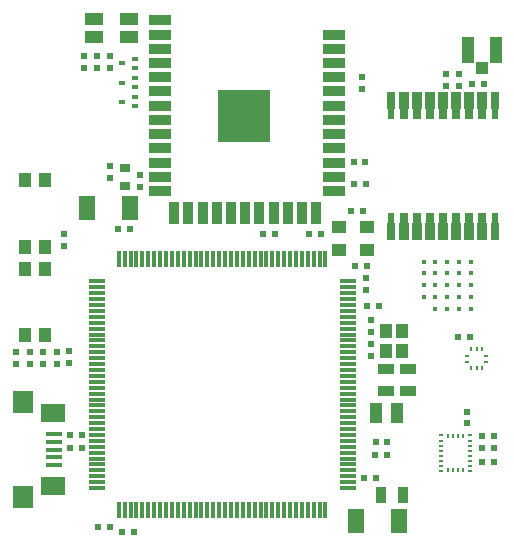
<source format=gtp>
G04*
G04 #@! TF.GenerationSoftware,Altium Limited,Altium Designer,19.1.7 (138)*
G04*
G04 Layer_Color=8421504*
%FSLAX44Y44*%
%MOMM*%
G71*
G01*
G75*
%ADD16R,0.6000X0.5000*%
%ADD17R,0.9500X0.8000*%
%ADD18R,1.4000X2.0000*%
%ADD19R,1.5000X1.1000*%
%ADD20R,1.4000X0.9500*%
%ADD21R,0.9500X1.4000*%
%ADD22R,0.5000X0.6000*%
%ADD23R,1.0000X1.2000*%
%ADD24R,1.1000X1.7700*%
%ADD25R,0.6096X0.3810*%
%ADD26R,0.6096X0.3700*%
%ADD27R,0.3992X0.2492*%
%ADD28R,0.2492X0.3992*%
%ADD29R,0.3140X0.2890*%
%ADD30R,0.2890X0.3140*%
%ADD31C,0.4000*%
%ADD32R,1.8800X0.8130*%
%ADD33R,0.8130X1.8800*%
%ADD34R,4.4000X4.4000*%
%ADD35R,0.3000X1.3500*%
%ADD36R,1.3500X0.3000*%
%ADD37R,1.3000X1.1000*%
%ADD38R,1.8034X1.9050*%
%ADD39R,2.1082X1.6002*%
%ADD40R,1.3462X0.3500*%
%ADD41R,1.0414X2.2098*%
%ADD42R,0.9906X1.0414*%
G36*
X238000Y284500D02*
X245000D01*
Y298500D01*
X244000D01*
Y307500D01*
X239000D01*
Y298500D01*
X238000D01*
Y284500D01*
D02*
G37*
G36*
X248500D02*
X256500D01*
Y298500D01*
X255500D01*
Y307500D01*
X249500D01*
Y298500D01*
X248500D01*
Y284500D01*
D02*
G37*
G36*
X259500D02*
X267500D01*
Y298500D01*
X266500D01*
Y307500D01*
X260500D01*
Y298500D01*
X259500D01*
Y284500D01*
D02*
G37*
G36*
X270500D02*
X278500D01*
Y298500D01*
X277500D01*
Y307500D01*
X271500D01*
Y298500D01*
X270500D01*
Y284500D01*
D02*
G37*
G36*
X281500D02*
X289500D01*
Y298500D01*
X288500D01*
Y307500D01*
X282500D01*
Y298500D01*
X281500D01*
Y284500D01*
D02*
G37*
G36*
X292500D02*
X300500D01*
Y298500D01*
X299500D01*
Y307500D01*
X293500D01*
Y298500D01*
X292500D01*
Y284500D01*
D02*
G37*
G36*
X303500D02*
X311500D01*
Y298500D01*
X310500D01*
Y307500D01*
X304500D01*
Y298500D01*
X303500D01*
Y284500D01*
D02*
G37*
G36*
X326000D02*
X333000D01*
Y298500D01*
X332000D01*
Y307500D01*
X327000D01*
Y298500D01*
X326000D01*
Y284500D01*
D02*
G37*
G36*
X314500D02*
X322500D01*
Y298500D01*
X321500D01*
Y307500D01*
X315500D01*
Y298500D01*
X314500D01*
Y284500D01*
D02*
G37*
G36*
X245000Y409500D02*
X238000D01*
Y395500D01*
X239000D01*
Y386500D01*
X244000D01*
Y395500D01*
X245000D01*
Y409500D01*
D02*
G37*
G36*
X256500D02*
X248500D01*
Y395500D01*
X249500D01*
Y386500D01*
X255500D01*
Y395500D01*
X256500D01*
Y409500D01*
D02*
G37*
G36*
X267500D02*
X259500D01*
Y395500D01*
X260500D01*
Y386500D01*
X266500D01*
Y395500D01*
X267500D01*
Y409500D01*
D02*
G37*
G36*
X278500D02*
X270500D01*
Y395500D01*
X271500D01*
Y386500D01*
X277500D01*
Y395500D01*
X278500D01*
Y409500D01*
D02*
G37*
G36*
X289500D02*
X281500D01*
Y395500D01*
X282500D01*
Y386500D01*
X288500D01*
Y395500D01*
X289500D01*
Y409500D01*
D02*
G37*
G36*
X300500D02*
X292500D01*
Y395500D01*
X293500D01*
Y386500D01*
X299500D01*
Y395500D01*
X300500D01*
Y409500D01*
D02*
G37*
G36*
X311500D02*
X303500D01*
Y395500D01*
X304500D01*
Y386500D01*
X310500D01*
Y395500D01*
X311500D01*
Y409500D01*
D02*
G37*
G36*
X322500D02*
X314500D01*
Y395500D01*
X315500D01*
Y386500D01*
X321500D01*
Y395500D01*
X322500D01*
Y409500D01*
D02*
G37*
G36*
X333000D02*
X326000D01*
Y395500D01*
X327000D01*
Y386500D01*
X332000D01*
Y395500D01*
X333000D01*
Y409500D01*
D02*
G37*
D16*
X-35330Y279480D02*
D03*
Y289480D02*
D03*
X3250Y440250D02*
D03*
Y430250D02*
D03*
X-18500Y440250D02*
D03*
Y430250D02*
D03*
X-7625Y440250D02*
D03*
Y430250D02*
D03*
X-75692Y179658D02*
D03*
Y189658D02*
D03*
X-41426Y179658D02*
D03*
Y189658D02*
D03*
X-64270Y189658D02*
D03*
Y179658D02*
D03*
X-52848Y189658D02*
D03*
Y179658D02*
D03*
X288000Y424750D02*
D03*
Y414750D02*
D03*
X217000Y422500D02*
D03*
Y412500D02*
D03*
X3750Y336750D02*
D03*
Y346750D02*
D03*
X220250Y251750D02*
D03*
Y241750D02*
D03*
X224250Y216500D02*
D03*
Y206500D02*
D03*
Y186500D02*
D03*
Y196500D02*
D03*
X305750Y129000D02*
D03*
Y139000D02*
D03*
X299270Y414730D02*
D03*
Y424730D02*
D03*
X28750Y339000D02*
D03*
Y329000D02*
D03*
X-30750Y180000D02*
D03*
Y190000D02*
D03*
D17*
X16249Y330250D02*
D03*
X16251Y345250D02*
D03*
D18*
X212000Y46000D02*
D03*
X248000D02*
D03*
X-15750Y311500D02*
D03*
X20250D02*
D03*
D19*
X19750Y471000D02*
D03*
X-10250D02*
D03*
Y456000D02*
D03*
X19750D02*
D03*
D20*
X255918Y174790D02*
D03*
Y156290D02*
D03*
X237146Y174790D02*
D03*
Y156290D02*
D03*
D21*
X232750Y68000D02*
D03*
X251250D02*
D03*
D22*
X238426Y113014D02*
D03*
X228426D02*
D03*
X238252Y102366D02*
D03*
X228252D02*
D03*
X229000Y82750D02*
D03*
X219000D02*
D03*
X20250Y293750D02*
D03*
X10250D02*
D03*
X133132Y289492D02*
D03*
X143132D02*
D03*
X219860Y350198D02*
D03*
X209860D02*
D03*
X210000Y332000D02*
D03*
X220000D02*
D03*
X182318Y289750D02*
D03*
X172318D02*
D03*
X14000Y36750D02*
D03*
X24000D02*
D03*
X3500Y41500D02*
D03*
X-6500D02*
D03*
X-20488Y108524D02*
D03*
X-30488D02*
D03*
X-20488Y119524D02*
D03*
X-30488D02*
D03*
X221000Y262250D02*
D03*
X211000D02*
D03*
X310250Y416500D02*
D03*
X320250D02*
D03*
X298276Y202438D02*
D03*
X308276D02*
D03*
X328500Y96000D02*
D03*
X318500D02*
D03*
X318500Y118750D02*
D03*
X328500D02*
D03*
X318500Y108000D02*
D03*
X328500D02*
D03*
X217828Y308796D02*
D03*
X207828D02*
D03*
X221250Y228000D02*
D03*
X231250D02*
D03*
D23*
X237500Y207250D02*
D03*
Y190250D02*
D03*
X250500D02*
D03*
Y207250D02*
D03*
X-68246Y334764D02*
D03*
X-51246D02*
D03*
X-68246Y278764D02*
D03*
X-51246D02*
D03*
X-68246Y259580D02*
D03*
X-51246D02*
D03*
X-68246Y203580D02*
D03*
X-51246D02*
D03*
D24*
X246250Y137600D02*
D03*
X228550D02*
D03*
D25*
X14039Y401500D02*
D03*
Y417625D02*
D03*
Y433750D02*
D03*
D26*
X24961Y405500D02*
D03*
Y397500D02*
D03*
Y421626D02*
D03*
Y413624D02*
D03*
Y437751D02*
D03*
Y429749D02*
D03*
D27*
X308000Y118800D02*
D03*
Y114500D02*
D03*
Y110200D02*
D03*
Y105900D02*
D03*
Y101600D02*
D03*
Y97300D02*
D03*
Y93000D02*
D03*
Y88700D02*
D03*
X284000D02*
D03*
Y93000D02*
D03*
Y97300D02*
D03*
Y101600D02*
D03*
Y105900D02*
D03*
Y110200D02*
D03*
Y114500D02*
D03*
Y118800D02*
D03*
D28*
X302450Y89250D02*
D03*
X298150D02*
D03*
X293850D02*
D03*
X289550D02*
D03*
Y118250D02*
D03*
X293850D02*
D03*
X298150D02*
D03*
X302450D02*
D03*
D29*
X305816Y186142D02*
D03*
Y181142D02*
D03*
X322072D02*
D03*
Y186142D02*
D03*
D30*
X308944Y175514D02*
D03*
X313944D02*
D03*
X318944D02*
D03*
Y191770D02*
D03*
X313944D02*
D03*
X308944D02*
D03*
D31*
X309000Y266000D02*
D03*
Y256000D02*
D03*
Y246000D02*
D03*
Y236000D02*
D03*
Y226000D02*
D03*
X299000Y266000D02*
D03*
Y256000D02*
D03*
Y246000D02*
D03*
Y236000D02*
D03*
Y226000D02*
D03*
X289000Y266000D02*
D03*
Y256000D02*
D03*
Y246000D02*
D03*
Y236000D02*
D03*
Y226000D02*
D03*
X279000Y266000D02*
D03*
Y256000D02*
D03*
Y246000D02*
D03*
Y236000D02*
D03*
Y226000D02*
D03*
X269000Y266000D02*
D03*
Y256000D02*
D03*
Y246000D02*
D03*
Y236000D02*
D03*
D32*
X45792Y470298D02*
D03*
Y458258D02*
D03*
Y446218D02*
D03*
Y434178D02*
D03*
Y422138D02*
D03*
Y410098D02*
D03*
Y398058D02*
D03*
Y386018D02*
D03*
Y373978D02*
D03*
Y361938D02*
D03*
Y349898D02*
D03*
Y337858D02*
D03*
Y325818D02*
D03*
X193112D02*
D03*
Y337858D02*
D03*
Y349898D02*
D03*
Y361938D02*
D03*
Y373978D02*
D03*
Y386018D02*
D03*
Y398058D02*
D03*
Y410098D02*
D03*
Y422138D02*
D03*
Y434178D02*
D03*
Y446218D02*
D03*
Y458258D02*
D03*
D33*
X57827Y307428D02*
D03*
X69867D02*
D03*
X81907D02*
D03*
X93947D02*
D03*
X105987D02*
D03*
X118027D02*
D03*
X130067D02*
D03*
X142107D02*
D03*
X154147D02*
D03*
X166187D02*
D03*
X178227D02*
D03*
D34*
X117380Y389270D02*
D03*
D35*
X181000Y268000D02*
D03*
X186000D02*
D03*
X116000D02*
D03*
X121000D02*
D03*
X126000D02*
D03*
X176000D02*
D03*
X171000D02*
D03*
X166000D02*
D03*
X161000D02*
D03*
X156000D02*
D03*
X151000D02*
D03*
X146000D02*
D03*
X141000D02*
D03*
X136000D02*
D03*
X131000D02*
D03*
X111000D02*
D03*
X106000D02*
D03*
X101000D02*
D03*
X96000D02*
D03*
X91000D02*
D03*
X86000D02*
D03*
X81000D02*
D03*
X76000D02*
D03*
X71000D02*
D03*
X66000D02*
D03*
X61000D02*
D03*
X56000D02*
D03*
X51000D02*
D03*
X46000D02*
D03*
X41000D02*
D03*
X36000D02*
D03*
X31000D02*
D03*
X26000D02*
D03*
X21000D02*
D03*
X16000D02*
D03*
X11000D02*
D03*
X11000Y55500D02*
D03*
X16000D02*
D03*
X21000D02*
D03*
X26000D02*
D03*
X31000D02*
D03*
X36000D02*
D03*
X41000D02*
D03*
X46000D02*
D03*
X51000D02*
D03*
X56000D02*
D03*
X61000D02*
D03*
X66000D02*
D03*
X71000D02*
D03*
X76000D02*
D03*
X81000D02*
D03*
X86000D02*
D03*
X91000D02*
D03*
X96000D02*
D03*
X101000D02*
D03*
X106000D02*
D03*
X111000D02*
D03*
X116000D02*
D03*
X121000D02*
D03*
X126000D02*
D03*
X131000D02*
D03*
X136000D02*
D03*
X141000D02*
D03*
X146000D02*
D03*
X151000D02*
D03*
X156000D02*
D03*
X161000D02*
D03*
X166000D02*
D03*
X171000D02*
D03*
X176000D02*
D03*
X181000D02*
D03*
X186000D02*
D03*
D36*
X204750Y74250D02*
D03*
Y79250D02*
D03*
Y84250D02*
D03*
Y89250D02*
D03*
Y94250D02*
D03*
Y99250D02*
D03*
Y104250D02*
D03*
Y109250D02*
D03*
Y114250D02*
D03*
Y119250D02*
D03*
Y124250D02*
D03*
Y129250D02*
D03*
Y134250D02*
D03*
Y139250D02*
D03*
Y144250D02*
D03*
Y149250D02*
D03*
Y154250D02*
D03*
Y159250D02*
D03*
Y164250D02*
D03*
Y169250D02*
D03*
Y174250D02*
D03*
Y179250D02*
D03*
Y184250D02*
D03*
Y189250D02*
D03*
Y194250D02*
D03*
Y199250D02*
D03*
Y204250D02*
D03*
Y209250D02*
D03*
Y214250D02*
D03*
Y219250D02*
D03*
Y224250D02*
D03*
Y229250D02*
D03*
Y234250D02*
D03*
Y239250D02*
D03*
Y244250D02*
D03*
Y249250D02*
D03*
X-7750D02*
D03*
Y244250D02*
D03*
Y239250D02*
D03*
Y234250D02*
D03*
Y229250D02*
D03*
Y224250D02*
D03*
Y219250D02*
D03*
Y214250D02*
D03*
Y209250D02*
D03*
Y204250D02*
D03*
Y199250D02*
D03*
Y194250D02*
D03*
Y189250D02*
D03*
Y184250D02*
D03*
Y179250D02*
D03*
Y174250D02*
D03*
Y169250D02*
D03*
Y164250D02*
D03*
Y159250D02*
D03*
Y154250D02*
D03*
Y149250D02*
D03*
Y144250D02*
D03*
Y139250D02*
D03*
Y134250D02*
D03*
Y129250D02*
D03*
Y124250D02*
D03*
Y119250D02*
D03*
Y114250D02*
D03*
Y109250D02*
D03*
Y104250D02*
D03*
Y99250D02*
D03*
Y94250D02*
D03*
Y89250D02*
D03*
Y84250D02*
D03*
Y79250D02*
D03*
Y74250D02*
D03*
D37*
X220796Y294996D02*
D03*
X197796D02*
D03*
Y275996D02*
D03*
X220796D02*
D03*
D38*
X-70182Y66745D02*
D03*
Y146755D02*
D03*
D39*
X-44782Y75762D02*
D03*
Y137738D02*
D03*
D40*
X-43512Y93750D02*
D03*
Y100250D02*
D03*
Y106750D02*
D03*
Y113250D02*
D03*
Y119750D02*
D03*
D41*
X307025Y445006D02*
D03*
X329975D02*
D03*
D42*
X318500Y429756D02*
D03*
M02*

</source>
